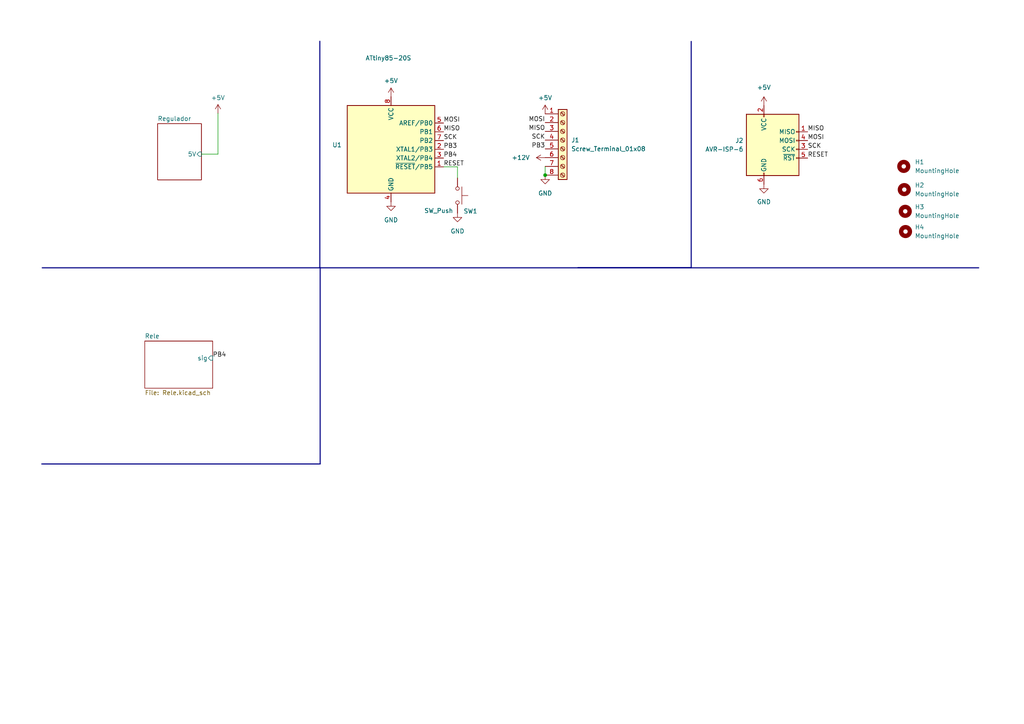
<source format=kicad_sch>
(kicad_sch (version 20230121) (generator eeschema)
  (paper "A4")
  (lib_symbols
    (symbol "Connector:AVR-ISP-6" (pin_names (offset 1.016))
      (property "Reference" "J" (at -6.35 11.43 0))
      (property "Value" "AVR-ISP-6" (at 0 11.43 0))
      (symbol "AVR-ISP-6_0_1"
        (rectangle (start -2.667 -6.858) (end -2.413 -7.62))
        (rectangle (start -2.667 10.16) (end -2.413 9.398))
        (rectangle (start 7.62 -2.413) (end 6.858 -2.667))
        (rectangle (start 7.62 0.127) (end 6.858 -0.127))
        (rectangle (start 7.62 2.667) (end 6.858 2.413))
        (rectangle (start 7.62 5.207) (end 6.858 4.953))
        (rectangle (start 7.62 10.16) (end -7.62 -7.62) (stroke (width 0.254)) (fill (type background)))
      )
      (symbol "AVR-ISP-6_1_1"
        (pin passive line (at 10.16 5.08 180) (length 2.54) (name "MISO") (number "1"))
        (pin passive line (at -2.54 12.7 270) (length 2.54) (name "VCC") (number "2"))
        (pin passive line (at 10.16 0 180) (length 2.54) (name "SCK") (number "3"))
        (pin passive line (at 10.16 2.54 180) (length 2.54) (name "MOSI") (number "4"))
        (pin passive line (at 10.16 -2.54 180) (length 2.54) (name "~{RST}") (number "5"))
        (pin passive line (at -2.54 -10.16 90) (length 2.54) (name "GND") (number "6"))
      )
    )
    (symbol "Connector:Screw_Terminal_01x08" (pin_names (offset 1.016) hide)
      (property "Reference" "J" (at 0 10.16 0))
      (property "Value" "Screw_Terminal_01x08" (at 0 -12.7 0))
      (symbol "Screw_Terminal_01x08_1_1"
        (rectangle (start -1.27 8.89) (end 1.27 -11.43) (stroke (width 0.254)) (fill (type background)))
        (circle (center 0 -10.16) (radius 0.635) (stroke (width 0.1524)))
        (circle (center 0 -7.62) (radius 0.635) (stroke (width 0.1524)))
        (circle (center 0 -5.08) (radius 0.635) (stroke (width 0.1524)))
        (circle (center 0 -2.54) (radius 0.635) (stroke (width 0.1524)))
        (polyline (pts (xy -0.5334 -9.8298) (xy 0.3302 -10.668)) (stroke (width 0.1524)))
        (polyline (pts (xy -0.5334 -7.2898) (xy 0.3302 -8.128)) (stroke (width 0.1524)))
        (polyline (pts (xy -0.5334 -4.7498) (xy 0.3302 -5.588)) (stroke (width 0.1524)))
        (polyline (pts (xy -0.5334 -2.2098) (xy 0.3302 -3.048)) (stroke (width 0.1524)))
        (polyline (pts (xy -0.5334 0.3302) (xy 0.3302 -0.508)) (stroke (width 0.1524)))
        (polyline (pts (xy -0.5334 2.8702) (xy 0.3302 2.032)) (stroke (width 0.1524)))
        (polyline (pts (xy -0.5334 5.4102) (xy 0.3302 4.572)) (stroke (width 0.1524)))
        (polyline (pts (xy -0.5334 7.9502) (xy 0.3302 7.112)) (stroke (width 0.1524)))
        (polyline (pts (xy -0.3556 -9.652) (xy 0.508 -10.4902)) (stroke (width 0.1524)))
        (polyline (pts (xy -0.3556 -7.112) (xy 0.508 -7.9502)) (stroke (width 0.1524)))
        (polyline (pts (xy -0.3556 -4.572) (xy 0.508 -5.4102)) (stroke (width 0.1524)))
        (polyline (pts (xy -0.3556 -2.032) (xy 0.508 -2.8702)) (stroke (width 0.1524)))
        (polyline (pts (xy -0.3556 0.508) (xy 0.508 -0.3302)) (stroke (width 0.1524)))
        (polyline (pts (xy -0.3556 3.048) (xy 0.508 2.2098)) (stroke (width 0.1524)))
        (polyline (pts (xy -0.3556 5.588) (xy 0.508 4.7498)) (stroke (width 0.1524)))
        (polyline (pts (xy -0.3556 8.128) (xy 0.508 7.2898)) (stroke (width 0.1524)))
        (circle (center 0 0) (radius 0.635) (stroke (width 0.1524)))
        (circle (center 0 2.54) (radius 0.635) (stroke (width 0.1524)))
        (circle (center 0 5.08) (radius 0.635) (stroke (width 0.1524)))
        (circle (center 0 7.62) (radius 0.635) (stroke (width 0.1524)))
        (pin passive line (at -5.08 7.62 0) (length 3.81) (name "Pin_1") (number "1"))
        (pin passive line (at -5.08 5.08 0) (length 3.81) (name "Pin_2") (number "2"))
        (pin passive line (at -5.08 2.54 0) (length 3.81) (name "Pin_3") (number "3"))
        (pin passive line (at -5.08 0 0) (length 3.81) (name "Pin_4") (number "4"))
        (pin passive line (at -5.08 -2.54 0) (length 3.81) (name "Pin_5") (number "5"))
        (pin passive line (at -5.08 -5.08 0) (length 3.81) (name "Pin_6") (number "6"))
        (pin passive line (at -5.08 -7.62 0) (length 3.81) (name "Pin_7") (number "7"))
        (pin passive line (at -5.08 -10.16 0) (length 3.81) (name "Pin_8") (number "8"))
      )
    )
    (symbol "MCU_Microchip_ATtiny:ATtiny85-20S"
      (property "Reference" "U" (at -12.7 13.97 0))
      (property "Value" "ATtiny85-20S" (at 2.54 -13.97 0))
      (symbol "ATtiny85-20S_0_1"
        (rectangle (start -12.7 -12.7) (end 12.7 12.7) (stroke (width 0.254)) (fill (type background)))
      )
      (symbol "ATtiny85-20S_1_1"
        (pin bidirectional line (at 15.24 -5.08 180) (length 2.54) (name "~{RESET}/PB5") (number "1"))
        (pin bidirectional line (at 15.24 0 180) (length 2.54) (name "XTAL1/PB3") (number "2"))
        (pin bidirectional line (at 15.24 -2.54 180) (length 2.54) (name "XTAL2/PB4") (number "3"))
        (pin power_in line (at 0 -15.24 90) (length 2.54) (name "GND") (number "4"))
        (pin bidirectional line (at 15.24 7.62 180) (length 2.54) (name "AREF/PB0") (number "5"))
        (pin bidirectional line (at 15.24 5.08 180) (length 2.54) (name "PB1") (number "6"))
        (pin bidirectional line (at 15.24 2.54 180) (length 2.54) (name "PB2") (number "7"))
        (pin power_in line (at 0 15.24 270) (length 2.54) (name "VCC") (number "8"))
      )
    )
    (symbol "Mechanical:MountingHole" (pin_names (offset 1.016))
      (property "Reference" "H" (at 0 5.08 0))
      (property "Value" "MountingHole" (at 0 3.175 0))
      (symbol "MountingHole_0_1"
        (circle (center 0 0) (radius 1.27) (stroke (width 1.27)))
      )
    )
    (symbol "Switch:SW_Push" (pin_numbers hide) (pin_names (offset 1.016) hide)
      (property "Reference" "SW" (at 1.27 2.54 0))
      (property "Value" "SW_Push" (at 0 -1.524 0))
      (symbol "SW_Push_0_1"
        (circle (center -2.032 0) (radius 0.508))
        (polyline (pts (xy 0 1.27) (xy 0 3.048)))
        (polyline (pts (xy 2.54 1.27) (xy -2.54 1.27)))
        (circle (center 2.032 0) (radius 0.508))
        (pin passive line (at -5.08 0 0) (length 2.54) (name "1") (number "1"))
        (pin passive line (at 5.08 0 180) (length 2.54) (name "2") (number "2"))
      )
    )
    (symbol "power:+12V" (power) (pin_names (offset 0))
      (property "Value" "+12V" (at 0 3.556 0))
      (symbol "+12V_0_1"
        (polyline (pts (xy -0.762 1.27) (xy 0 2.54)))
        (polyline (pts (xy 0 0) (xy 0 2.54)))
        (polyline (pts (xy 0 2.54) (xy 0.762 1.27)))
      )
      (symbol "+12V_1_1"
        (pin power_in line (at 0 0 90) (length 0) hide (name "+12V") (number "1"))
      )
    )
    (symbol "power:+5V" (power) (pin_names (offset 0))
      (property "Value" "+5V" (at 0 3.556 0))
      (symbol "+5V_0_1"
        (polyline (pts (xy -0.762 1.27) (xy 0 2.54)))
        (polyline (pts (xy 0 0) (xy 0 2.54)))
        (polyline (pts (xy 0 2.54) (xy 0.762 1.27)))
      )
      (symbol "+5V_1_1"
        (pin power_in line (at 0 0 90) (length 0) hide (name "+5V") (number "1"))
      )
    )
    (symbol "power:GND" (power) (pin_names (offset 0))
      (property "Value" "GND" (at 0 -3.81 0))
      (symbol "GND_0_1"
        (polyline (pts (xy 0 0) (xy 0 -1.27) (xy 1.27 -1.27) (xy 0 -2.54) (xy -1.27 -1.27) (xy 0 -1.27)))
      )
      (symbol "GND_1_1"
        (pin power_in line (at 0 0 270) (length 0) hide (name "GND") (number "1"))
      )
    )
  )
  (junction (at 158.115 50.8))
  (bus (pts (xy 92.7608 11.9634) (xy 92.7608 77.597)))
  (bus (pts (xy 12.2428 77.6732) (xy 283.8704 77.6732)))
  (wire (pts (xy 132.6896 48.387) (xy 128.651 48.387)))
  (bus (pts (xy 200.4822 77.6224) (xy 167.6146 77.6224)))
  (bus (pts (xy 200.4822 12.0142) (xy 200.4822 77.6224)))
  (bus (pts (xy 12.1158 134.5692) (xy 92.8624 134.5692)))
  (wire (pts (xy 58.42 44.704) (xy 63.2206 44.704)))
  (bus (pts (xy 92.7608 77.597) (xy 92.6846 77.597)))
  (wire (pts (xy 158.115 48.26) (xy 158.115 50.8)))
  (wire (pts (xy 63.2206 44.704) (xy 63.2206 32.8676)))
  (bus (pts (xy 92.8624 77.597) (xy 92.8624 134.5692)))
  (wire (pts (xy 132.6896 51.6382) (xy 132.6896 48.387)))
  (label "MOSI" (at 128.651 35.687 0))
  (label "MISO" (at 234.2642 38.227 0))
  (label "RESET" (at 234.2642 45.847 0))
  (label "PB4" (at 61.6966 103.8606 0))
  (label "MOSI" (at 158.115 35.56 180))
  (label "PB3" (at 128.651 43.307 0))
  (label "PB4" (at 128.651 45.847 0))
  (label "PB3" (at 158.115 43.18 180))
  (label "SCK" (at 158.115 40.64 180))
  (label "SCK" (at 128.651 40.767 0))
  (label "SCK" (at 234.2642 43.307 0))
  (label "MOSI" (at 234.2642 40.767 0))
  (label "RESET" (at 128.651 48.387 0))
  (label "MISO" (at 158.115 38.1 180))
  (label "MISO" (at 128.651 38.227 0))
  (symbol (lib_id "power:GND") (at 113.411 58.547 0) (unit 1)
    (property "Reference" "#PWR03" (effects hide))
    (property "Value" "GND" (at 113.411 63.804 0))
  )
  (symbol (lib_id "power:GND") (at 132.6896 61.7982 0) (unit 1)
    (property "Reference" "#PWR04" (effects hide))
    (property "Value" "GND" (at 132.6896 67.0552 0))
  )
  (symbol (lib_id "power:+5V") (at 113.411 28.067 0) (unit 1)
    (property "Reference" "#PWR02" (effects hide))
    (property "Value" "+5V" (at 113.411 23.4271 0))
  )
  (symbol (lib_id "Connector:AVR-ISP-6") (at 224.1042 43.307 0) (unit 1)
    (property "Reference" "J2" (at 215.646 40.767 0) (effects (justify right)))
    (property "Value" "AVR-ISP-6" (at 215.646 43.307 0) (effects (justify right)))
    (property "Footprint" "Connector_PinSocket_2.54mm:PinSocket_2x03_P2.54mm_Vertical" (effects hide))
    (property "Datasheet" " ~" (effects hide))
  )
  (symbol (lib_id "Mechanical:MountingHole") (at 262.2804 54.991 0) (unit 1)
    (property "Reference" "H2" (at 265.3284 53.721 0) (effects (justify left)))
    (property "Value" "MountingHole" (at 265.3284 56.261 0) (effects (justify left)))
    (property "Footprint" "MountingHole:MountingHole_3.2mm_M3_ISO14580_Pad_TopBottom" (effects hide))
  )
  (symbol (lib_id "power:+5V") (at 221.5642 30.607 0) (unit 1)
    (property "Reference" "#PWR08" (effects hide))
    (property "Value" "+5V" (at 221.5642 25.3704 0))
  )
  (symbol (lib_id "Mechanical:MountingHole") (at 262.128 48.26 0) (unit 1)
    (property "Reference" "H1" (at 265.3284 46.99 0) (effects (justify left)))
    (property "Value" "MountingHole" (at 265.3284 49.53 0) (effects (justify left)))
    (property "Footprint" "MountingHole:MountingHole_3.2mm_M3_ISO14580_Pad_TopBottom" (effects hide))
  )
  (symbol (lib_id "power:+12V") (at 158.115 45.72 90) (unit 1)
    (property "Reference" "#PWR06" (effects hide))
    (property "Value" "+12V" (at 153.6897 45.72 90) (effects (justify left)))
  )
  (symbol (lib_id "Switch:SW_Push") (at 132.6896 56.7182 270) (unit 1)
    (property "Reference" "SW1" (at 134.4168 61.2648 90) (effects (justify left)))
    (property "Value" "SW_Push" (at 123.0122 61.1124 90) (effects (justify left)))
    (property "Footprint" "Button_Switch_THT:SW_PUSH_6mm" (effects hide))
  )
  (symbol (lib_id "Mechanical:MountingHole") (at 262.5598 61.2902 0) (unit 1)
    (property "Reference" "H3" (at 265.3284 60.0202 0) (effects (justify left)))
    (property "Value" "MountingHole" (at 265.3284 62.5602 0) (effects (justify left)))
    (property "Footprint" "MountingHole:MountingHole_3.2mm_M3_ISO14580_Pad_TopBottom" (effects hide))
  )
  (symbol (lib_id "Connector:Screw_Terminal_01x08") (at 163.195 40.64 0) (unit 1)
    (property "Reference" "J1" (at 165.6588 40.64 0) (effects (justify left)))
    (property "Value" "Screw_Terminal_01x08" (at 165.6588 43.18 0) (effects (justify left)))
    (property "Footprint" "TerminalBlock_Phoenix:TerminalBlock_Phoenix_MKDS-3-8-5.08_1x08_P5.08mm_Horizontal" (effects hide))
  )
  (symbol (lib_id "power:+5V") (at 63.2206 32.8676 0) (unit 1)
    (property "Reference" "#PWR01" (effects hide))
    (property "Value" "+5V" (at 63.2206 28.3718 0))
  )
  (symbol (lib_id "Mechanical:MountingHole") (at 262.636 67.1576 0) (unit 1)
    (property "Reference" "H4" (at 265.3284 65.8876 0) (effects (justify left)))
    (property "Value" "MountingHole" (at 265.3284 68.4276 0) (effects (justify left)))
    (property "Footprint" "MountingHole:MountingHole_3.2mm_M3_ISO14580_Pad_TopBottom" (effects hide))
  )
  (symbol (lib_id "power:GND") (at 221.5642 53.467 0) (unit 1)
    (property "Reference" "#PWR09" (effects hide))
    (property "Value" "GND" (at 221.5642 58.552 0))
  )
  (symbol (lib_id "MCU_Microchip_ATtiny:ATtiny85-20S") (at 113.411 43.307 0) (unit 1)
    (property "Reference" "U1" (at 99.1362 42.037 0) (effects (justify right)))
    (property "Value" "ATtiny85-20S" (at 119.3292 16.8402 0) (effects (justify right)))
    (property "Footprint" "Package_SO:SOIC-8W_5.3x5.3mm_P1.27mm" (effects hide))
    (property "Datasheet" "http://ww1.microchip.com/downloads/en/DeviceDoc/atmel-2586-avr-8-bit-microcontroller-attiny25-attiny45-attiny85_datasheet.pdf" (effects hide))
  )
  (symbol (lib_id "power:GND") (at 158.115 50.8 0) (unit 1)
    (property "Reference" "#PWR07" (effects hide))
    (property "Value" "GND" (at 158.115 56.057 0))
  )
  (symbol (lib_id "power:+5V") (at 158.115 33.02 0) (unit 1)
    (property "Reference" "#PWR05" (effects hide))
    (property "Value" "+5V" (at 158.115 28.3801 0))
  )
  (sheet (at 41.9862 98.933) (size 19.7104 13.6652) (stroke (width 0.1524))
    (property "Sheetname" "Rele" (at 41.9862 98.2214 0) (effects (justify left bottom)))
    (property "Sheetfile" "Rele.kicad_sch" (at 41.9862 113.1828 0) (effects (justify left top)))
    (pin "sig" input (at 61.6966 103.8606 0))
  )
  (sheet (at 45.72 35.8648) (size 12.7 16.3068) (stroke (width 0.1524))
    (property "Sheetname" "Regulador" (at 45.72 35.1532 0) (effects (justify left bottom)))
    (property "Sheetfile" "Regulador.kicad_sch" (effects hide))
    (pin "5V" input (at 58.42 44.704 0))
  )
)
</source>
